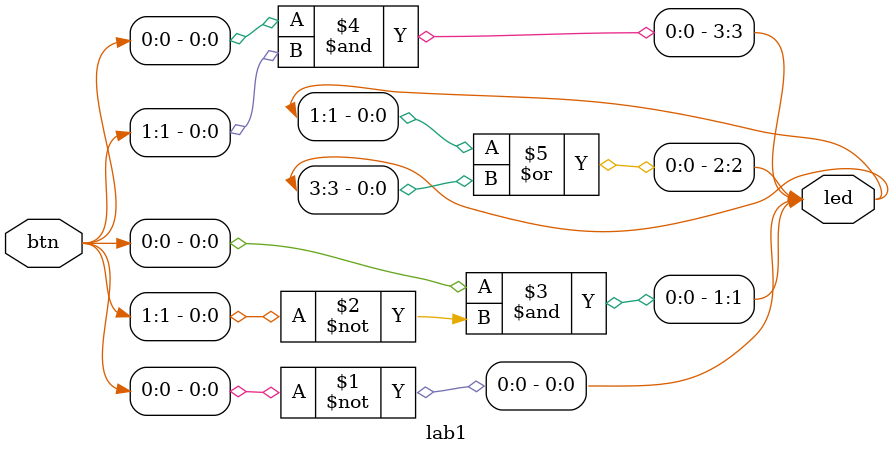
<source format=v>
`timescale 1ns / 1ps


module lab1(
    input [1:0] btn,
     output [3:0] led
    );
    
    assign led[0] = ~btn[0];
    assign led[1] = btn[0] & ~btn[1];
    assign led[3] = btn[0] & btn[1];
    assign led[2] = led[1] | led[3];
     
endmodule

</source>
